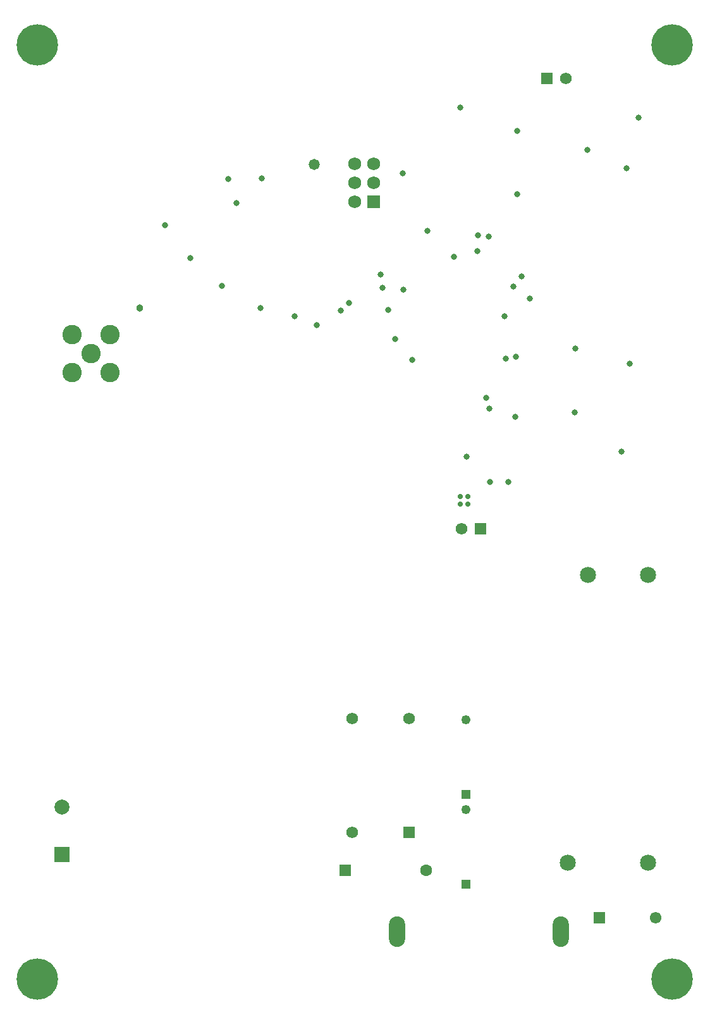
<source format=gbs>
G04*
G04 #@! TF.GenerationSoftware,Altium Limited,Altium Designer,21.3.2 (30)*
G04*
G04 Layer_Color=16711935*
%FSLAX24Y24*%
%MOIN*%
G70*
G04*
G04 #@! TF.SameCoordinates,7650AEDF-855E-494F-9EC9-4397D0FFA18E*
G04*
G04*
G04 #@! TF.FilePolarity,Negative*
G04*
G01*
G75*
%ADD52C,0.0848*%
%ADD53R,0.0690X0.0690*%
%ADD54C,0.0690*%
%ADD55C,0.0615*%
%ADD56R,0.0615X0.0615*%
%ADD57C,0.0630*%
%ADD58R,0.0630X0.0630*%
%ADD59R,0.0789X0.0789*%
%ADD60C,0.0789*%
%ADD61R,0.0618X0.0618*%
%ADD62C,0.0618*%
%ADD63C,0.1025*%
%ADD64O,0.0848X0.1615*%
%ADD65R,0.0610X0.0610*%
%ADD66C,0.0610*%
%ADD67C,0.0492*%
%ADD68R,0.0492X0.0492*%
%ADD69C,0.2180*%
%ADD70C,0.0330*%
%ADD71C,0.0277*%
%ADD72C,0.0580*%
%ADD73C,0.0380*%
D52*
X29920Y8090D02*
D03*
X31003Y23247D02*
D03*
X34152D02*
D03*
Y8090D02*
D03*
D53*
X19686Y42940D02*
D03*
D54*
X18686D02*
D03*
X19686Y43940D02*
D03*
Y44940D02*
D03*
X18686Y43940D02*
D03*
Y44940D02*
D03*
D55*
X18570Y15690D02*
D03*
Y9690D02*
D03*
X21570Y15690D02*
D03*
D56*
Y9690D02*
D03*
D57*
X22461Y7690D02*
D03*
D58*
X18179D02*
D03*
D59*
X3250Y8530D02*
D03*
D60*
Y11030D02*
D03*
D61*
X28820Y49434D02*
D03*
X25320Y25690D02*
D03*
D62*
X29820Y49434D02*
D03*
X24320Y25690D02*
D03*
D63*
X4794Y34940D02*
D03*
X3794Y35940D02*
D03*
Y33940D02*
D03*
X5794D02*
D03*
Y35940D02*
D03*
D64*
X29570Y4456D02*
D03*
X20909D02*
D03*
D65*
X31594Y5190D02*
D03*
D66*
X34546D02*
D03*
D67*
X24570Y10909D02*
D03*
Y15627D02*
D03*
D68*
Y6972D02*
D03*
Y11690D02*
D03*
D69*
X35433Y51181D02*
D03*
X1969D02*
D03*
Y1969D02*
D03*
X35433D02*
D03*
D70*
X27930Y37820D02*
D03*
X30310Y35205D02*
D03*
X24580Y29490D02*
D03*
X33010Y44700D02*
D03*
X27260Y43323D02*
D03*
X27270Y46670D02*
D03*
X21230Y44440D02*
D03*
X22511Y41398D02*
D03*
X21720Y34580D02*
D03*
X26799Y28174D02*
D03*
X20070Y39090D02*
D03*
X20460Y37220D02*
D03*
X25620Y32610D02*
D03*
X26580Y36900D02*
D03*
X26640Y34660D02*
D03*
X20815Y35680D02*
D03*
X25790Y32030D02*
D03*
X20150Y38380D02*
D03*
X18390Y37610D02*
D03*
X17970Y37190D02*
D03*
X21270Y38290D02*
D03*
X16690Y36420D02*
D03*
X25204Y41150D02*
D03*
X25759Y41087D02*
D03*
X23920Y40020D02*
D03*
X27180Y34770D02*
D03*
X27490Y39010D02*
D03*
X27050Y38450D02*
D03*
X30940Y45660D02*
D03*
X33665Y47365D02*
D03*
X33200Y34400D02*
D03*
X30290Y31830D02*
D03*
X25820Y28150D02*
D03*
X12440Y42860D02*
D03*
X12010Y44120D02*
D03*
X10020Y39950D02*
D03*
X13790Y44160D02*
D03*
X13735Y37329D02*
D03*
X8699Y41700D02*
D03*
X11680Y38480D02*
D03*
X32740Y29760D02*
D03*
X25160Y40320D02*
D03*
X15520Y36880D02*
D03*
X24260Y47890D02*
D03*
X27150Y31600D02*
D03*
D71*
X24647Y26993D02*
D03*
X24253D02*
D03*
X24647Y27387D02*
D03*
X24253D02*
D03*
D72*
X16540Y44890D02*
D03*
D73*
X7360Y37340D02*
D03*
M02*

</source>
